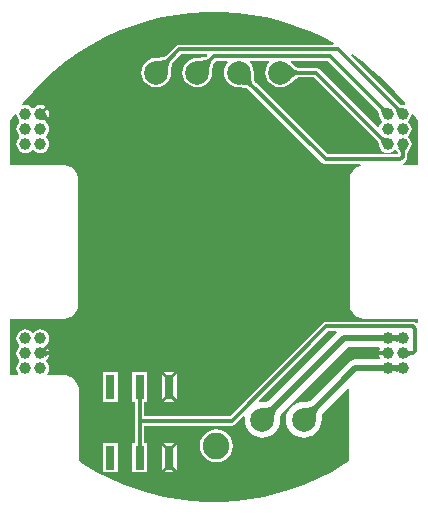
<source format=gtl>
G04*
G04 #@! TF.GenerationSoftware,Altium Limited,Altium Designer,20.1.8 (145)*
G04*
G04 Layer_Physical_Order=1*
G04 Layer_Color=255*
%FSTAX43Y43*%
%MOMM*%
G71*
G04*
G04 #@! TF.SameCoordinates,BC0BFB7A-5D47-4F10-95C9-8F0A950B5036*
G04*
G04*
G04 #@! TF.FilePolarity,Positive*
G04*
G01*
G75*
%ADD17R,0.760X2.000*%
%ADD18C,0.300*%
%ADD19C,0.500*%
%ADD20C,1.000*%
%ADD21C,2.250*%
%ADD22C,2.000*%
G36*
X0106089Y0118295D02*
X0107365Y0118216D01*
X0108634Y0118059D01*
X0109891Y0117824D01*
X0111131Y0117512D01*
X0112349Y0117124D01*
X0113541Y0116662D01*
X0114703Y0116127D01*
X0115596Y0115647D01*
X0115566Y0115524D01*
X0102507D01*
X0102349Y0115493D01*
X0102216Y0115403D01*
X0101362Y011455D01*
X010136Y0114547D01*
X0101325Y0114526D01*
X0101277Y0114503D01*
X0101214Y011448D01*
X0101138Y011446D01*
X0101048Y0114443D01*
X0100948Y0114429D01*
X0100699Y0114414D01*
X0100592Y0114413D01*
X0100549Y0114419D01*
X0100222Y0114376D01*
X0099917Y0114249D01*
X0099655Y0114048D01*
X0099454Y0113786D01*
X0099327Y0113481D01*
X0099284Y0113154D01*
X0099327Y0112827D01*
X0099454Y0112522D01*
X0099655Y011226D01*
X0099917Y0112059D01*
X0100222Y0111932D01*
X0100549Y0111889D01*
X0100876Y0111932D01*
X0101181Y0112059D01*
X0101443Y011226D01*
X0101644Y0112522D01*
X0101771Y0112827D01*
X0101814Y0113154D01*
X0101808Y0113197D01*
X0101809Y0113304D01*
X0101824Y0113553D01*
X0101838Y0113653D01*
X0101855Y0113743D01*
X0101875Y0113819D01*
X0101898Y0113882D01*
X0101921Y011393D01*
X0101942Y0113965D01*
X0101945Y0113967D01*
X0102678Y01147D01*
X0104847D01*
X0104895Y0114583D01*
X0104862Y011455D01*
X010486Y0114547D01*
X0104825Y0114526D01*
X0104777Y0114503D01*
X0104714Y011448D01*
X0104638Y011446D01*
X0104548Y0114443D01*
X0104448Y0114429D01*
X0104199Y0114414D01*
X0104092Y0114413D01*
X0104049Y0114419D01*
X0103722Y0114376D01*
X0103417Y0114249D01*
X0103155Y0114048D01*
X0102954Y0113786D01*
X0102827Y0113481D01*
X0102784Y0113154D01*
X0102827Y0112827D01*
X0102954Y0112522D01*
X0103155Y011226D01*
X0103417Y0112059D01*
X0103722Y0111932D01*
X0104049Y0111889D01*
X0104376Y0111932D01*
X0104681Y0112059D01*
X0104943Y011226D01*
X0105144Y0112522D01*
X0105271Y0112827D01*
X0105314Y0113154D01*
X0105308Y0113197D01*
X0105309Y0113304D01*
X0105324Y0113553D01*
X0105338Y0113653D01*
X0105355Y0113743D01*
X0105375Y0113819D01*
X0105398Y0113882D01*
X0105421Y011393D01*
X0105442Y0113965D01*
X0105445Y0113967D01*
X0105624Y0114146D01*
X0106589D01*
X0106632Y0114019D01*
X0106454Y0113786D01*
X0106327Y0113481D01*
X0106284Y0113154D01*
X0106327Y0112827D01*
X0106454Y0112522D01*
X0106655Y011226D01*
X0106917Y0112059D01*
X0107222Y0111932D01*
X0107549Y0111889D01*
X0107592Y0111895D01*
X0107699Y0111894D01*
X0107948Y0111879D01*
X0108048Y0111865D01*
X0108138Y0111848D01*
X0108214Y0111828D01*
X0108277Y0111805D01*
X0108325Y0111782D01*
X010836Y0111761D01*
X0108362Y0111758D01*
X0114608Y0105513D01*
X0114741Y0105423D01*
X0114899Y0105392D01*
X0117846D01*
X0117859Y0105265D01*
X0117858Y0105265D01*
X0117835Y0105255D01*
X011781Y010525D01*
X0117629Y0105175D01*
X0117607Y0105161D01*
X0117584Y0105151D01*
X0117421Y0105042D01*
X0117403Y0105024D01*
X0117381Y010501D01*
X0117243Y0104872D01*
X0117229Y010485D01*
X0117211Y0104832D01*
X0117102Y0104669D01*
X0117092Y0104646D01*
X0117078Y0104624D01*
X0117003Y0104443D01*
X0116998Y0104418D01*
X0116988Y0104395D01*
X011695Y0104203D01*
Y0104183D01*
X0116945Y0104165D01*
X011694Y0104067D01*
X0116941Y010406D01*
X011694Y0104054D01*
Y0093554D01*
X0116941Y0093548D01*
X011694Y0093541D01*
X0116945Y0093443D01*
X011695Y0093425D01*
Y0093405D01*
X0116988Y0093213D01*
X0116998Y009319D01*
X0117003Y0093165D01*
X0117078Y0092983D01*
X0117092Y0092962D01*
X0117102Y0092939D01*
X0117211Y0092776D01*
X0117229Y0092758D01*
X0117243Y0092736D01*
X0117381Y0092598D01*
X0117403Y0092584D01*
X0117421Y0092566D01*
X0117584Y0092457D01*
X0117607Y0092447D01*
X0117629Y0092433D01*
X011781Y0092358D01*
X0117835Y0092353D01*
X0117858Y0092343D01*
X011805Y0092305D01*
X011807D01*
X0118088Y00923D01*
X0118186Y0092295D01*
X0118193Y0092296D01*
X0118199Y0092295D01*
X012269D01*
Y0091986D01*
X0122573Y0091937D01*
X0122565Y0091945D01*
X0122431Y0092035D01*
X0122273Y0092066D01*
X0114949D01*
X0114791Y0092035D01*
X0114658Y0091945D01*
X01068Y0084087D01*
X0099561D01*
Y00853D01*
X0099783D01*
Y0087808D01*
X0098515D01*
Y00853D01*
X0098737D01*
Y0083675D01*
Y0081808D01*
X0098515D01*
Y00793D01*
X0099783D01*
Y0081808D01*
X0099561D01*
Y0083264D01*
X010697D01*
X0107128Y0083295D01*
X0107262Y0083384D01*
X0107952Y0084074D01*
X0108067Y008401D01*
X0108042Y0083754D01*
X0108071Y008346D01*
X0108156Y0083177D01*
X0108296Y0082917D01*
X0108483Y0082688D01*
X0108712Y0082501D01*
X0108972Y0082361D01*
X0109255Y0082276D01*
X0109549Y0082247D01*
X0109843Y0082276D01*
X0110126Y0082361D01*
X0110386Y0082501D01*
X0110615Y0082688D01*
X0110802Y0082917D01*
X0110942Y0083177D01*
X0111027Y008346D01*
X0111055Y0083738D01*
X0111059Y0083757D01*
X011106Y0083866D01*
X0111066Y0083954D01*
X0111076Y0084032D01*
X0111089Y00841D01*
X0111104Y0084158D01*
X0111122Y0084207D01*
X011114Y0084246D01*
X0111158Y0084278D01*
X0111177Y0084304D01*
X0111214Y0084346D01*
X0111219Y0084355D01*
X0116756Y0089891D01*
X0119432D01*
X0119496Y0089766D01*
X011949Y0089758D01*
X0119414Y0089575D01*
X0119388Y0089378D01*
X0119414Y0089181D01*
X011949Y0088997D01*
X0119496Y0088989D01*
X0119432Y0088864D01*
X0117403D01*
X0117403Y0088864D01*
X0117207Y0088838D01*
X0117024Y0088763D01*
X0116868Y0088643D01*
X0116868Y0088643D01*
X011365Y0085424D01*
X0113641Y0085419D01*
X0113599Y0085382D01*
X0113573Y0085363D01*
X0113541Y0085345D01*
X0113502Y0085327D01*
X0113453Y0085309D01*
X0113395Y0085294D01*
X0113334Y0085282D01*
X0113154Y0085265D01*
X0113052Y0085264D01*
X0113033Y008526D01*
X0112755Y0085232D01*
X0112472Y0085147D01*
X0112212Y0085007D01*
X0111983Y008482D01*
X0111796Y0084591D01*
X0111656Y0084331D01*
X0111571Y0084048D01*
X0111542Y0083754D01*
X0111571Y008346D01*
X0111656Y0083177D01*
X0111796Y0082917D01*
X0111983Y0082688D01*
X0112212Y0082501D01*
X0112472Y0082361D01*
X0112755Y0082276D01*
X0113049Y0082247D01*
X0113343Y0082276D01*
X0113626Y0082361D01*
X0113886Y0082501D01*
X0114115Y0082688D01*
X0114302Y0082917D01*
X0114442Y0083177D01*
X0114527Y008346D01*
X0114555Y0083738D01*
X0114559Y0083757D01*
X011456Y0083866D01*
X0114566Y0083954D01*
X0114576Y0084032D01*
X0114589Y00841D01*
X0114604Y0084158D01*
X0114622Y0084207D01*
X011464Y0084246D01*
X0114658Y0084278D01*
X0114677Y0084304D01*
X0114714Y0084346D01*
X0114719Y0084355D01*
X0116776Y0086411D01*
X0116862Y0086377D01*
X0116894Y008635D01*
X011689Y0086267D01*
X0116891Y008626D01*
X011689Y0086254D01*
Y0080253D01*
X0116495Y0079989D01*
X0115438Y0079367D01*
X0114346Y0078808D01*
X0113223Y0078315D01*
X0112072Y0077889D01*
X0110899Y0077532D01*
X0109706Y0077245D01*
X0108498Y0077029D01*
X010728Y0076885D01*
X0106056Y0076813D01*
X0104829Y0076813D01*
X0103604Y0076886D01*
X0102386Y0077031D01*
X0101179Y0077248D01*
X0099986Y0077536D01*
X0098813Y0077894D01*
X0097663Y007832D01*
X009654Y0078814D01*
X0095448Y0079373D01*
X0094391Y0079996D01*
X0093997Y0080261D01*
Y0086262D01*
X0093995Y0086268D01*
X0093996Y0086275D01*
X0093991Y0086373D01*
X0093987Y0086391D01*
Y008641D01*
X0093948Y0086603D01*
X0093939Y0086626D01*
X0093934Y0086651D01*
X0093859Y0086832D01*
X0093845Y0086854D01*
X0093835Y0086877D01*
X0093726Y008704D01*
X0093708Y0087058D01*
X0093694Y0087079D01*
X0093555Y0087218D01*
X0093534Y0087232D01*
X0093516Y008725D01*
X0093353Y0087359D01*
X0093329Y0087369D01*
X0093308Y0087383D01*
X0093127Y0087458D01*
X0093102Y0087463D01*
X0093078Y0087473D01*
X0092886Y0087511D01*
X0092867D01*
X0092848Y0087516D01*
X009275Y0087521D01*
X0092744Y008752D01*
X0092738Y0087521D01*
X0091409D01*
X0091346Y0087648D01*
X0091407Y0087727D01*
X0091483Y0087911D01*
X0091509Y0088108D01*
X0091483Y0088305D01*
X0091407Y0088488D01*
X0091286Y0088645D01*
X0091242Y0088679D01*
Y0088806D01*
X0091286Y008884D01*
X0091407Y0088997D01*
X0091483Y0089181D01*
X0091489Y0089226D01*
X0091481Y0089226D01*
X0091437Y008922D01*
X0091394Y008921D01*
X0091351Y0089196D01*
X0091309Y0089178D01*
X0091267Y0089156D01*
X0091226Y008913D01*
X0091185Y00891D01*
X0091145Y0089066D01*
X0091106Y0089028D01*
Y0089555D01*
X0090839Y0089288D01*
X0090659Y0089468D01*
X0091242Y0090051D01*
Y0090076D01*
X0091286Y009011D01*
X0091407Y0090267D01*
X0091483Y0090451D01*
X0091509Y0090648D01*
X0091483Y0090845D01*
X0091407Y0091028D01*
X0091286Y0091185D01*
X0091129Y0091306D01*
X0090946Y0091382D01*
X0090749Y0091408D01*
X0090552Y0091382D01*
X0090368Y0091306D01*
X0090211Y0091185D01*
X0090177Y0091142D01*
X009005D01*
X0090016Y0091185D01*
X0089859Y0091306D01*
X0089676Y0091382D01*
X0089479Y0091408D01*
X0089282Y0091382D01*
X0089098Y0091306D01*
X0088941Y0091185D01*
X008882Y0091028D01*
X0088744Y0090845D01*
X0088718Y0090648D01*
X0088744Y0090451D01*
X008882Y0090267D01*
X0088941Y009011D01*
X0088985Y0090076D01*
Y0089949D01*
X0088941Y0089915D01*
X008882Y0089758D01*
X0088744Y0089575D01*
X0088718Y0089378D01*
X0088744Y0089181D01*
X008882Y0088997D01*
X0088941Y008884D01*
X0088985Y0088806D01*
Y0088679D01*
X0088941Y0088645D01*
X008882Y0088488D01*
X0088744Y0088305D01*
X0088718Y0088108D01*
X0088744Y0087911D01*
X008882Y0087727D01*
X0088881Y0087648D01*
X0088819Y0087521D01*
X0088197D01*
Y0092295D01*
X0092699D01*
X0092705Y0092296D01*
X0092712Y0092295D01*
X009281Y00923D01*
X0092828Y0092305D01*
X0092848D01*
X009304Y0092343D01*
X0093063Y0092353D01*
X0093088Y0092358D01*
X009327Y0092433D01*
X0093291Y0092447D01*
X0093314Y0092457D01*
X0093477Y0092566D01*
X0093495Y0092584D01*
X0093517Y0092598D01*
X0093655Y0092736D01*
X0093669Y0092758D01*
X0093687Y0092776D01*
X0093796Y0092939D01*
X0093806Y0092962D01*
X009382Y0092983D01*
X0093895Y0093165D01*
X00939Y009319D01*
X009391Y0093213D01*
X0093948Y0093405D01*
Y0093425D01*
X0093953Y0093443D01*
X0093958Y0093541D01*
X0093957Y0093548D01*
X0093958Y0093554D01*
Y0104054D01*
X0093957Y010406D01*
X0093958Y0104067D01*
X0093953Y0104165D01*
X0093948Y0104183D01*
Y0104203D01*
X009391Y0104395D01*
X00939Y0104418D01*
X0093895Y0104443D01*
X009382Y0104624D01*
X0093806Y0104646D01*
X0093796Y0104669D01*
X0093687Y0104832D01*
X0093669Y010485D01*
X0093655Y0104872D01*
X0093517Y010501D01*
X0093495Y0105024D01*
X0093477Y0105042D01*
X0093314Y0105151D01*
X0093291Y0105161D01*
X0093269Y0105175D01*
X0093088Y010525D01*
X0093063Y0105255D01*
X009304Y0105265D01*
X0092848Y0105303D01*
X0092828D01*
X009281Y0105308D01*
X0092712Y0105313D01*
X0092705Y0105312D01*
X0092699Y0105313D01*
X0088197D01*
X0088197Y0109067D01*
X0088506Y0109535D01*
X0088595Y0109653D01*
X0088617Y0109652D01*
X0088723Y0109611D01*
X0088744Y0109451D01*
X008882Y0109267D01*
X0088941Y010911D01*
X0088985Y0109076D01*
Y0108949D01*
X0088941Y0108915D01*
X008882Y0108758D01*
X0088744Y0108575D01*
X0088718Y0108378D01*
X0088744Y0108181D01*
X008882Y0107997D01*
X0088941Y010784D01*
X0088985Y0107806D01*
Y0107679D01*
X0088941Y0107645D01*
X008882Y0107488D01*
X0088744Y0107305D01*
X0088718Y0107108D01*
X0088744Y0106911D01*
X008882Y0106727D01*
X0088941Y010657D01*
X0089098Y0106449D01*
X0089282Y0106373D01*
X0089479Y0106347D01*
X0089676Y0106373D01*
X0089859Y0106449D01*
X0090016Y010657D01*
X009005Y0106614D01*
X0090177D01*
X0090211Y010657D01*
X0090368Y0106449D01*
X0090552Y0106373D01*
X0090749Y0106347D01*
X0090946Y0106373D01*
X0091129Y0106449D01*
X0091286Y010657D01*
X0091407Y0106727D01*
X0091483Y0106911D01*
X0091509Y0107108D01*
X0091483Y0107305D01*
X0091407Y0107488D01*
X0091286Y0107645D01*
X0091242Y0107679D01*
Y0107806D01*
X0091286Y010784D01*
X0091407Y0107997D01*
X0091483Y0108181D01*
X0091509Y0108378D01*
X0091483Y0108575D01*
X0091407Y0108758D01*
X0091286Y0108915D01*
X0091242Y0108949D01*
Y0109047D01*
X0091224Y0109064D01*
X0091188Y0109091D01*
X009115Y0109113D01*
X009111Y0109131D01*
X0091068Y0109146D01*
X0091025Y0109156D01*
X0090979Y0109161D01*
X0090931Y0109163D01*
X0090881Y0109161D01*
X0090829Y0109154D01*
X0091244Y0109718D01*
X0091253Y0109662D01*
X0091278Y0109558D01*
X0091294Y010951D01*
X0091312Y0109465D01*
X0091332Y0109422D01*
X0091355Y0109382D01*
X009138Y0109345D01*
X0091407Y0109311D01*
X009142Y0109297D01*
X0091483Y0109451D01*
X0091509Y0109648D01*
X0091483Y0109845D01*
X0091407Y0110028D01*
X0091364Y0110084D01*
X0090839Y0109558D01*
X0090659Y0109738D01*
X0091185Y0110263D01*
X0091129Y0110306D01*
X0090946Y0110382D01*
X0090749Y0110408D01*
X0090552Y0110382D01*
X0090368Y0110306D01*
X0090211Y0110185D01*
X0090177Y0110142D01*
X009005D01*
X0090016Y0110185D01*
X0089859Y0110306D01*
X0089676Y0110382D01*
X0089479Y0110408D01*
X0089307Y0110386D01*
X0089258Y0110442D01*
X0089234Y01105D01*
X0089276Y0110556D01*
X0090108Y0111527D01*
X0090998Y0112446D01*
X0091942Y0113308D01*
X0092938Y0114109D01*
X0093982Y0114849D01*
X0095069Y0115522D01*
X0096195Y0116127D01*
X0097357Y0116662D01*
X0098549Y0117124D01*
X0099768Y0117512D01*
X0101008Y0117824D01*
X0102264Y0118059D01*
X0103534Y0118216D01*
X010481Y0118295D01*
X0106089Y0118295D01*
D02*
G37*
G36*
X0105278Y0114171D02*
X0105233Y0114119D01*
X0105193Y0114055D01*
X0105158Y0113981D01*
X0105128Y0113896D01*
X0105102Y0113801D01*
X0105082Y0113695D01*
X0105066Y0113578D01*
X010505Y0113313D01*
X0105049Y0113164D01*
X0104059Y0114154D01*
X0104208Y0114155D01*
X0104473Y0114171D01*
X010459Y0114187D01*
X0104696Y0114207D01*
X0104791Y0114233D01*
X0104876Y0114263D01*
X010495Y0114298D01*
X0105014Y0114338D01*
X0105066Y0114383D01*
X0105278Y0114171D01*
D02*
G37*
G36*
X0101778D02*
X0101733Y0114119D01*
X0101693Y0114055D01*
X0101658Y0113981D01*
X0101628Y0113896D01*
X0101602Y0113801D01*
X0101582Y0113695D01*
X0101566Y0113578D01*
X010155Y0113313D01*
X0101549Y0113164D01*
X0100559Y0114154D01*
X0100708Y0114155D01*
X0100973Y0114171D01*
X010109Y0114187D01*
X0101196Y0114207D01*
X0101291Y0114233D01*
X0101376Y0114263D01*
X010145Y0114298D01*
X0101514Y0114338D01*
X0101566Y0114383D01*
X0101778Y0114171D01*
D02*
G37*
G36*
X0111869Y0113749D02*
X0112068Y0113574D01*
X0112162Y0113502D01*
X0112251Y0113441D01*
X0112337Y0113392D01*
X0112418Y0113354D01*
X0112495Y0113326D01*
X0112569Y011331D01*
X0112638Y0113304D01*
Y0113004D01*
X0112569Y0112998D01*
X0112495Y0112982D01*
X0112418Y0112954D01*
X0112337Y0112916D01*
X0112251Y0112867D01*
X0112162Y0112806D01*
X0112068Y0112734D01*
X0111869Y0112559D01*
X0111763Y0112454D01*
Y0113854D01*
X0111869Y0113749D01*
D02*
G37*
G36*
X010855Y0112995D02*
X0108566Y011273D01*
X0108582Y0112613D01*
X0108602Y0112507D01*
X0108628Y0112412D01*
X0108658Y0112327D01*
X0108693Y0112253D01*
X0108733Y0112189D01*
X0108778Y0112137D01*
X0108566Y0111925D01*
X0108514Y011197D01*
X010845Y011201D01*
X0108376Y0112045D01*
X0108291Y0112075D01*
X0108196Y0112101D01*
X010809Y0112121D01*
X0107973Y0112137D01*
X0107708Y0112153D01*
X0107559Y0112154D01*
X0108549Y0113144D01*
X010855Y0112995D01*
D02*
G37*
G36*
X011796Y0114109D02*
X0118956Y0113307D01*
X01199Y0112445D01*
X012079Y0111527D01*
X0121622Y0110556D01*
X0121664Y01105D01*
X0121639Y011044D01*
X0121591Y0110386D01*
X0121419Y0110408D01*
X0121408Y0110407D01*
X0121372Y0110408D01*
X0121336Y011041D01*
X0121304Y0110415D01*
X0121276Y0110422D01*
X0121251Y0110429D01*
X0121229Y0110438D01*
X0121209Y0110448D01*
X0121191Y011046D01*
X0121184Y0110465D01*
X0117053Y0114596D01*
X0117135Y0114694D01*
X011796Y0114109D01*
D02*
G37*
G36*
X0121008Y0110273D02*
X0121044Y0110246D01*
X0121081Y0110223D01*
X0121121Y0110202D01*
X0121164Y0110185D01*
X0121209Y0110171D01*
X0121257Y0110161D01*
X0121307Y0110153D01*
X0121359Y0110149D01*
X0121414Y0110148D01*
X0120919Y0109653D01*
X0120918Y0109708D01*
X0120913Y010976D01*
X0120906Y010981D01*
X0120895Y0109857D01*
X0120881Y0109902D01*
X0120864Y0109945D01*
X0120844Y0109985D01*
X012082Y0110023D01*
X0120793Y0110058D01*
X0120763Y0110091D01*
X0120975Y0110303D01*
X0121008Y0110273D01*
D02*
G37*
G36*
X0119738D02*
X0119774Y0110246D01*
X0119811Y0110223D01*
X0119851Y0110202D01*
X0119894Y0110185D01*
X0119939Y0110171D01*
X0119987Y0110161D01*
X0120037Y0110153D01*
X0120089Y0110149D01*
X0120144Y0110148D01*
X0119649Y0109653D01*
X0119648Y0109708D01*
X0119643Y010976D01*
X0119636Y010981D01*
X0119625Y0109857D01*
X0119611Y0109902D01*
X0119594Y0109945D01*
X0119574Y0109985D01*
X011955Y0110023D01*
X0119523Y0110058D01*
X0119493Y0110091D01*
X0119705Y0110303D01*
X0119738Y0110273D01*
D02*
G37*
G36*
X0119332Y0109882D02*
X0119337Y0109876D01*
X0119348Y0109858D01*
X0119358Y0109838D01*
X0119367Y0109816D01*
X0119375Y010979D01*
X0119381Y0109762D01*
X0119386Y010973D01*
X0119389Y0109695D01*
X011939Y0109658D01*
X0119388Y0109648D01*
X0119414Y0109451D01*
X011949Y0109267D01*
X0119611Y010911D01*
X0119655Y0109076D01*
Y0108949D01*
X0119611Y0108915D01*
X011949Y0108758D01*
X011942Y010859D01*
X0119306Y0108538D01*
X0119296Y0108534D01*
X0114385Y0113445D01*
X0114252Y0113535D01*
X0114094Y0113566D01*
X0112611D01*
X0112607Y0113566D01*
X0112568Y0113575D01*
X0112517Y0113593D01*
X0112457Y0113621D01*
X0112389Y0113661D01*
X0112313Y0113712D01*
X0112233Y0113774D01*
X0112046Y0113939D01*
X011197Y0114014D01*
X0111966Y0114019D01*
X0112009Y0114146D01*
X0115068D01*
X0119332Y0109882D01*
D02*
G37*
G36*
X0119733Y010773D02*
X0119768Y0107703D01*
X0119806Y010768D01*
X0119846Y010766D01*
X0119889Y0107643D01*
X0119934Y0107629D01*
X0119981Y0107619D01*
X0120031Y0107612D01*
X0120083Y0107608D01*
X0120138Y0107608D01*
X0119649Y0107107D01*
X0119647Y0107162D01*
X0119642Y0107214D01*
X0119634Y0107264D01*
X0119623Y0107312D01*
X0119609Y0107357D01*
X0119591Y01074D01*
X0119571Y010744D01*
X0119547Y0107477D01*
X011952Y0107513D01*
X011949Y0107545D01*
X01197Y010776D01*
X0119733Y010773D01*
D02*
G37*
G36*
X0121731Y0106711D02*
X0121697Y0106671D01*
X0121667Y0106631D01*
X0121641Y0106589D01*
X0121619Y0106548D01*
X0121601Y0106505D01*
X0121587Y0106463D01*
X0121577Y0106419D01*
X0121571Y0106375D01*
X0121569Y0106331D01*
X0121269D01*
X0121267Y0106375D01*
X0121261Y0106419D01*
X0121251Y0106463D01*
X0121237Y0106505D01*
X0121219Y0106548D01*
X0121197Y0106589D01*
X0121171Y0106631D01*
X0121141Y0106671D01*
X0121107Y0106711D01*
X0121069Y0106751D01*
X0121769D01*
X0121731Y0106711D01*
D02*
G37*
G36*
X0110132Y0114019D02*
X0109954Y0113786D01*
X0109827Y0113481D01*
X0109784Y0113154D01*
X0109827Y0112827D01*
X0109954Y0112522D01*
X0110155Y011226D01*
X0110417Y0112059D01*
X0110722Y0111932D01*
X0111049Y0111889D01*
X0111376Y0111932D01*
X0111681Y0112059D01*
X0111943Y011226D01*
X011197Y0112294D01*
X0112046Y0112369D01*
X0112233Y0112534D01*
X0112313Y0112596D01*
X0112389Y0112647D01*
X0112457Y0112687D01*
X0112517Y0112715D01*
X0112568Y0112733D01*
X0112607Y0112742D01*
X0112611Y0112742D01*
X0113923D01*
X0119329Y0107336D01*
X0119334Y010733D01*
X0119346Y0107312D01*
X0119356Y0107291D01*
X0119365Y0107269D01*
X0119373Y0107243D01*
X011938Y0107214D01*
X0119385Y0107182D01*
X0119388Y0107146D01*
X0119389Y0107116D01*
X0119388Y0107108D01*
X0119414Y0106911D01*
X011949Y0106727D01*
X0119611Y010657D01*
X0119768Y0106449D01*
X0119952Y0106373D01*
X0120149Y0106347D01*
X0120346Y0106373D01*
X0120529Y0106449D01*
X0120686Y010657D01*
X012072Y0106614D01*
X0120847D01*
X0120881Y010657D01*
X0120889Y0106563D01*
X0120915Y0106537D01*
X0120938Y010651D01*
X0120957Y0106484D01*
X0120972Y010646D01*
X0120985Y0106436D01*
X0120994Y0106414D01*
X0121001Y0106393D01*
X0121006Y0106372D01*
X0121007Y0106365D01*
Y0106216D01*
X011507D01*
X0108945Y0112341D01*
X0108942Y0112343D01*
X0108921Y0112378D01*
X0108898Y0112426D01*
X0108875Y0112489D01*
X0108855Y0112565D01*
X0108838Y0112655D01*
X0108824Y0112755D01*
X0108809Y0113004D01*
X0108808Y0113111D01*
X0108814Y0113154D01*
X0108771Y0113481D01*
X0108644Y0113786D01*
X0108466Y0114019D01*
X0108509Y0114146D01*
X0110089D01*
X0110132Y0114019D01*
D02*
G37*
G36*
X012239Y0109537D02*
X012269Y0109062D01*
Y0105313D01*
X0121447D01*
X0121425Y010544D01*
X0121534Y0105513D01*
X012171Y0105688D01*
X0121799Y0105822D01*
X0121831Y010598D01*
Y0106365D01*
X0121832Y0106372D01*
X0121836Y0106393D01*
X0121843Y0106414D01*
X0121853Y0106436D01*
X0121865Y010646D01*
X0121881Y0106484D01*
X01219Y010651D01*
X0121923Y0106537D01*
X0121948Y0106563D01*
X0121956Y010657D01*
X0122077Y0106727D01*
X0122153Y0106911D01*
X0122179Y0107108D01*
X0122153Y0107305D01*
X0122077Y0107488D01*
X0121956Y0107645D01*
X0121912Y0107679D01*
Y0107806D01*
X0121956Y010784D01*
X0122077Y0107997D01*
X0122153Y0108181D01*
X0122179Y0108378D01*
X0122153Y0108575D01*
X0122077Y0108758D01*
X0121956Y0108915D01*
X0121912Y0108949D01*
Y0109076D01*
X0121956Y010911D01*
X0122077Y0109267D01*
X0122153Y0109451D01*
X0122175Y0109612D01*
X0122278Y0109652D01*
X0122302Y0109654D01*
X012239Y0109537D01*
D02*
G37*
G36*
X0121062Y0090298D02*
X012104Y0090317D01*
X0121015Y0090334D01*
X0120987Y0090349D01*
X0120954Y0090362D01*
X0120919Y0090373D01*
X0120879Y0090382D01*
X0120836Y0090389D01*
X012079Y0090394D01*
X0120686Y0090398D01*
Y0090898D01*
X0120739Y0090899D01*
X0120836Y0090907D01*
X0120879Y0090914D01*
X0120919Y0090923D01*
X0120954Y0090934D01*
X0120987Y0090947D01*
X0121015Y0090962D01*
X012104Y0090979D01*
X0121062Y0090998D01*
Y0090298D01*
D02*
G37*
G36*
X0121815Y008969D02*
X0121855Y0089656D01*
X0121896Y0089626D01*
X0121937Y00896D01*
X0121979Y0089578D01*
X0122021Y008956D01*
X0122064Y0089546D01*
X0122107Y0089536D01*
X0122151Y008953D01*
X0122196Y0089528D01*
Y0089228D01*
X0122151Y0089226D01*
X0122107Y008922D01*
X0122064Y008921D01*
X0122021Y0089196D01*
X0121979Y0089178D01*
X0121937Y0089156D01*
X0121896Y008913D01*
X0121855Y00891D01*
X0121815Y0089066D01*
X0121776Y0089028D01*
Y0089728D01*
X0121815Y008969D01*
D02*
G37*
G36*
X0121062Y0087758D02*
X012104Y0087777D01*
X0121015Y0087794D01*
X0120987Y0087809D01*
X0120954Y0087822D01*
X0120919Y0087833D01*
X0120879Y0087842D01*
X0120836Y0087849D01*
X012079Y0087854D01*
X0120686Y0087858D01*
Y0088358D01*
X0120739Y0088359D01*
X0120836Y0088367D01*
X0120879Y0088374D01*
X0120919Y0088383D01*
X0120954Y0088394D01*
X0120987Y0088407D01*
X0121015Y0088422D01*
X012104Y0088439D01*
X0121062Y0088458D01*
Y0087758D01*
D02*
G37*
G36*
X011584Y0091115D02*
X011015Y0085424D01*
X0110141Y0085419D01*
X0110099Y0085382D01*
X0110073Y0085363D01*
X0110041Y0085345D01*
X0110002Y0085327D01*
X0109953Y0085309D01*
X0109895Y0085294D01*
X0109834Y0085282D01*
X0109654Y0085265D01*
X0109552Y0085264D01*
X0109533Y008526D01*
X0109293Y0085236D01*
X0109229Y0085351D01*
X011512Y0091242D01*
X0115788D01*
X011584Y0091115D01*
D02*
G37*
G36*
X0114335Y0084686D02*
X0114279Y0084624D01*
X011423Y0084556D01*
X0114186Y008448D01*
X0114149Y0084398D01*
X0114117Y008431D01*
X0114092Y0084214D01*
X0114072Y0084112D01*
X0114058Y0084003D01*
X0114051Y0083887D01*
X0114049Y0083764D01*
X0113059Y0084754D01*
X0113182Y0084756D01*
X0113407Y0084777D01*
X0113509Y0084797D01*
X0113605Y0084822D01*
X0113693Y0084854D01*
X0113775Y0084891D01*
X0113851Y0084935D01*
X0113919Y0084984D01*
X0113981Y008504D01*
X0114335Y0084686D01*
D02*
G37*
G36*
X0110835D02*
X0110779Y0084624D01*
X011073Y0084556D01*
X0110686Y008448D01*
X0110649Y0084398D01*
X0110617Y008431D01*
X0110592Y0084214D01*
X0110572Y0084112D01*
X0110558Y0084003D01*
X0110551Y0083887D01*
X0110549Y0083764D01*
X0109559Y0084754D01*
X0109682Y0084756D01*
X0109907Y0084777D01*
X0110009Y0084797D01*
X0110105Y0084822D01*
X0110193Y0084854D01*
X0110275Y0084891D01*
X0110351Y0084935D01*
X0110419Y0084984D01*
X0110481Y008504D01*
X0110835Y0084686D01*
D02*
G37*
%LPC*%
G36*
X0091364Y0089814D02*
X0091197Y0089647D01*
X0091226Y0089626D01*
X0091267Y00896D01*
X0091309Y0089578D01*
X0091351Y008956D01*
X0091394Y0089546D01*
X0091437Y0089536D01*
X0091481Y008953D01*
X0091489Y0089529D01*
X0091483Y0089575D01*
X0091407Y0089758D01*
X0091364Y0089814D01*
D02*
G37*
G36*
X0102103Y0087808D02*
X0101195D01*
X0101649Y0087354D01*
X0102103Y0087808D01*
D02*
G37*
G36*
X0102283Y0087628D02*
X0101739Y0087084D01*
X0101649Y0087174D01*
X0101559Y0087084D01*
X0101015Y0087628D01*
Y008548D01*
X0101559Y0086024D01*
X0101649Y0085934D01*
X0101739Y0086024D01*
X0102283Y008548D01*
Y0087628D01*
D02*
G37*
G36*
X0101649Y0085754D02*
X0101195Y00853D01*
X0102103D01*
X0101649Y0085754D01*
D02*
G37*
G36*
X0097283Y0087808D02*
X0096015D01*
Y00853D01*
X0097283D01*
Y0087808D01*
D02*
G37*
G36*
X0102103Y0081808D02*
X0101195D01*
X0101649Y0081354D01*
X0102103Y0081808D01*
D02*
G37*
G36*
X0102283Y0081628D02*
X0101739Y0081084D01*
X0101649Y0081174D01*
X0101559Y0081084D01*
X0101015Y0081628D01*
Y007948D01*
X0101559Y0080024D01*
X0101649Y0079934D01*
X0101739Y0080024D01*
X0102283Y007948D01*
Y0081628D01*
D02*
G37*
G36*
X0105649Y0082945D02*
X0105289Y0082898D01*
X0104954Y0082759D01*
X0104665Y0082538D01*
X0104444Y0082249D01*
X0104305Y0081914D01*
X0104258Y0081554D01*
X0104305Y0081194D01*
X0104444Y0080859D01*
X0104665Y008057D01*
X0104954Y0080349D01*
X0105289Y008021D01*
X0105649Y0080163D01*
X0106009Y008021D01*
X0106344Y0080349D01*
X0106633Y008057D01*
X0106854Y0080859D01*
X0106993Y0081194D01*
X010704Y0081554D01*
X0106993Y0081914D01*
X0106854Y0082249D01*
X0106633Y0082538D01*
X0106344Y0082759D01*
X0106009Y0082898D01*
X0105649Y0082945D01*
D02*
G37*
G36*
X0101649Y0079754D02*
X0101195Y00793D01*
X0102103D01*
X0101649Y0079754D01*
D02*
G37*
G36*
X0097283Y0081808D02*
X0096015D01*
Y00793D01*
X0097283D01*
Y0081808D01*
D02*
G37*
%LPD*%
D17*
X0096649Y0080554D02*
D03*
X0099149D02*
D03*
X0101649D02*
D03*
Y0086554D02*
D03*
X0099149D02*
D03*
X0096649D02*
D03*
D18*
X0091875Y0089378D02*
X0092199Y0089054D01*
X0090749Y0089378D02*
X0091875D01*
X0120142Y0089385D02*
X0120149Y0089378D01*
X0119118Y0089385D02*
X0120142D01*
X0090855Y0109648D02*
X0091449Y0109054D01*
X0090749Y0109648D02*
X0090855D01*
X0121419Y010598D02*
Y0107108D01*
X0114899Y0105804D02*
X0121243D01*
X0121419Y010598D01*
X0107549Y0113154D02*
X0114899Y0105804D01*
X0111049Y0113154D02*
X0114094D01*
X0115238Y0114558D02*
X0120149Y0109648D01*
X0105453Y0114558D02*
X0115238D01*
X0115954Y0115112D02*
X0121419Y0109648D01*
X0100549Y0113154D02*
X0102507Y0115112D01*
X0104049Y0113154D02*
X0105453Y0114558D01*
X0102507Y0115112D02*
X0115954D01*
X0099149Y0083675D02*
Y0086554D01*
Y0080554D02*
Y0083675D01*
X0122449Y0089553D02*
Y0091478D01*
X0121419Y0089378D02*
X0122273D01*
X0122449Y0089553D01*
X0114949Y0091654D02*
X0122273D01*
X0122449Y0091478D01*
X010697Y0083675D02*
X0114949Y0091654D01*
X0099149Y0083675D02*
X010697D01*
X0114094Y0113154D02*
X012014Y0107108D01*
X0120149D01*
D19*
X0116443Y0090648D02*
X0120149D01*
X0109549Y0083754D02*
X0116443Y0090648D01*
X0117403Y0088108D02*
X0120149D01*
Y0090648D02*
X0121419D01*
X0120149Y0088108D02*
X0121419D01*
X0113049Y0083754D02*
X0117403Y0088108D01*
D20*
X0089479Y0109648D02*
D03*
X0090749D02*
D03*
X0089479Y0108378D02*
D03*
X0090749D02*
D03*
X0089479Y0107108D02*
D03*
X0090749D02*
D03*
X0120149Y0090648D02*
D03*
X0121419D02*
D03*
X0120149Y0089378D02*
D03*
X0121419D02*
D03*
X0120149Y0088108D02*
D03*
X0121419D02*
D03*
Y0107108D02*
D03*
X0120149D02*
D03*
X0121419Y0108378D02*
D03*
X0120149D02*
D03*
X0121419Y0109648D02*
D03*
X0120149D02*
D03*
X0090749Y0088108D02*
D03*
X0089479D02*
D03*
X0090749Y0089378D02*
D03*
X0089479D02*
D03*
X0090749Y0090648D02*
D03*
X0089479D02*
D03*
D21*
X0105649Y0081554D02*
D03*
D22*
X0100549Y0113154D02*
D03*
X0104049D02*
D03*
X0107549D02*
D03*
X0111049D02*
D03*
X0109549Y0083754D02*
D03*
X0113049D02*
D03*
M02*

</source>
